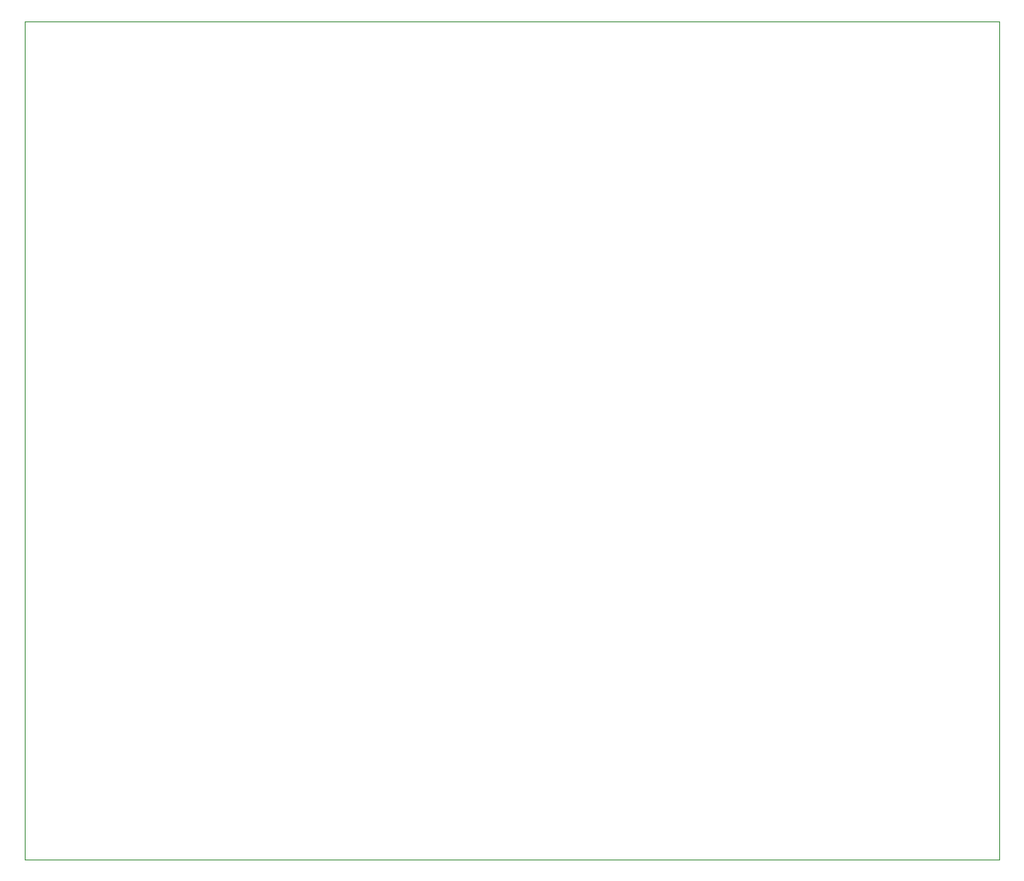
<source format=gbr>
G04 #@! TF.GenerationSoftware,KiCad,Pcbnew,(5.1.2-1)-1*
G04 #@! TF.CreationDate,2020-04-08T11:54:09+01:00*
G04 #@! TF.ProjectId,tranZPUter-SW,7472616e-5a50-4557-9465-722d53572e6b,rev?*
G04 #@! TF.SameCoordinates,Original*
G04 #@! TF.FileFunction,Profile,NP*
%FSLAX46Y46*%
G04 Gerber Fmt 4.6, Leading zero omitted, Abs format (unit mm)*
G04 Created by KiCad (PCBNEW (5.1.2-1)-1) date 2020-04-08 11:54:09*
%MOMM*%
%LPD*%
G04 APERTURE LIST*
%ADD10C,0.100000*%
G04 APERTURE END LIST*
D10*
X100000000Y-150000000D02*
X100000000Y-64000000D01*
X200000000Y-150000000D02*
X100000000Y-150000000D01*
X200000000Y-64000000D02*
X200000000Y-150000000D01*
X100000000Y-64000000D02*
X200000000Y-64000000D01*
M02*

</source>
